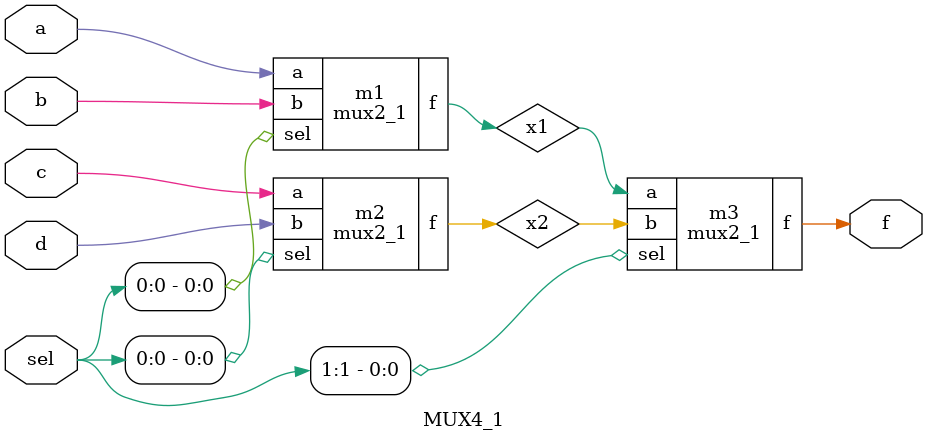
<source format=v>
`timescale 1ns / 1ps
module mux2_1(a,b,sel,f);
	input a,b,sel;
	output reg f;
	
	always@(*)
	begin
		//if(sel) f=b;
		//else f=a;
		case(sel)
			1'b0 : f=a;
			1'b1 : f=b;
			default f=0;
		endcase
	end
endmodule

module MUX4_1(
    input a,
    input b,
    input c,
    input d,
    input [1:0] sel,
    output f
    );
	
	 wire x1,x2;
	 mux2_1 m1(a,b,sel[0],x1);
	 mux2_1 m2(c,d,sel[0],x2);
	 mux2_1 m3(x1,x2,sel[1],f);
	 
	 
	
endmodule

</source>
